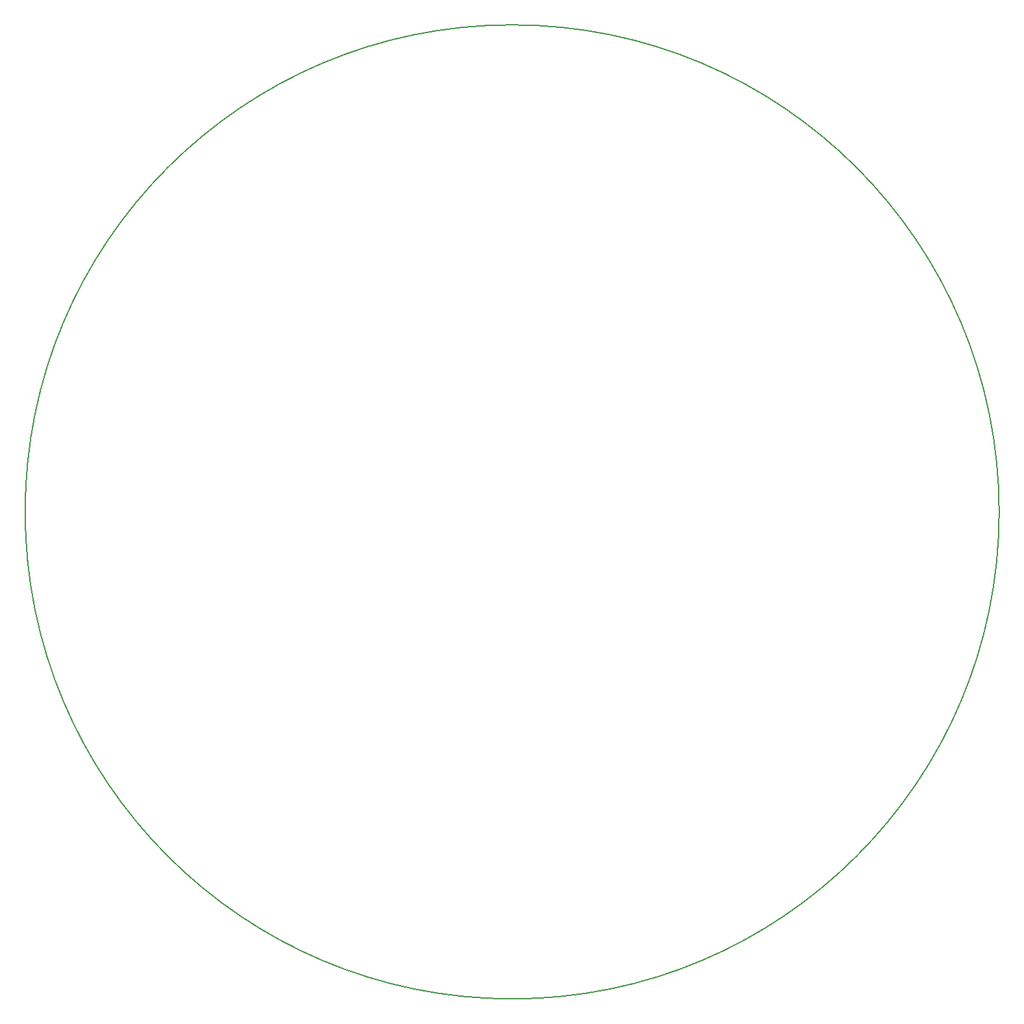
<source format=gbr>
%TF.GenerationSoftware,KiCad,Pcbnew,(5.1.8)-1*%
%TF.CreationDate,2021-01-10T21:03:03-08:00*%
%TF.ProjectId,PJS,504a532e-6b69-4636-9164-5f7063625858,rev?*%
%TF.SameCoordinates,Original*%
%TF.FileFunction,Profile,NP*%
%FSLAX46Y46*%
G04 Gerber Fmt 4.6, Leading zero omitted, Abs format (unit mm)*
G04 Created by KiCad (PCBNEW (5.1.8)-1) date 2021-01-10 21:03:03*
%MOMM*%
%LPD*%
G01*
G04 APERTURE LIST*
%TA.AperFunction,Profile*%
%ADD10C,0.200000*%
%TD*%
G04 APERTURE END LIST*
D10*
X194436998Y-98805998D02*
G75*
G03*
X194436998Y-98805998I-63499999J0D01*
G01*
M02*

</source>
